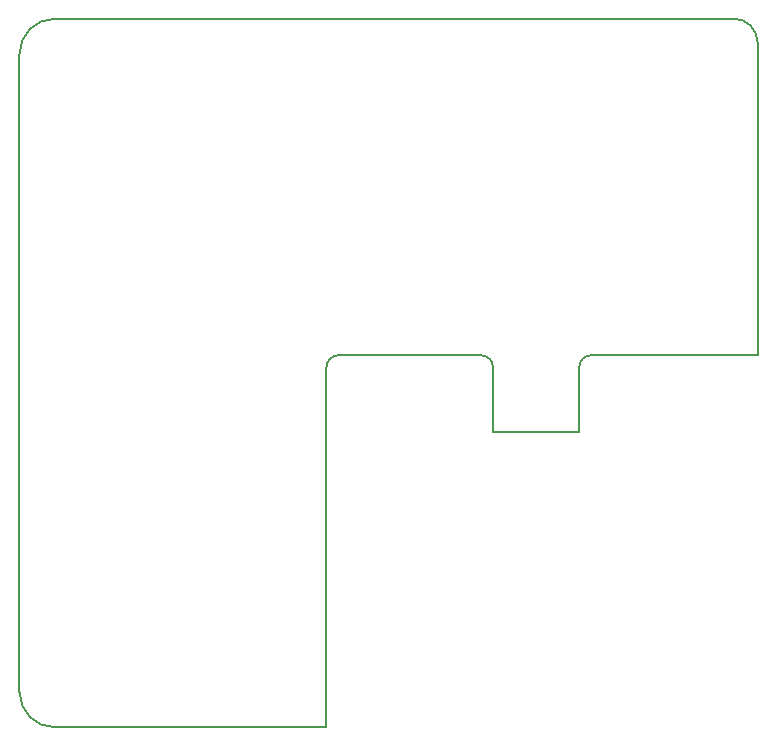
<source format=gm1>
G04 #@! TF.GenerationSoftware,KiCad,Pcbnew,(5.1.5-0)*
G04 #@! TF.CreationDate,2019-12-28T20:18:40+08:00*
G04 #@! TF.ProjectId,VESC_6,56455343-5f36-42e6-9b69-6361645f7063,A*
G04 #@! TF.SameCoordinates,Original*
G04 #@! TF.FileFunction,Profile,NP*
%FSLAX46Y46*%
G04 Gerber Fmt 4.6, Leading zero omitted, Abs format (unit mm)*
G04 Created by KiCad (PCBNEW (5.1.5-0)) date 2019-12-28 20:18:40*
%MOMM*%
%LPD*%
G04 APERTURE LIST*
%ADD10C,0.150000*%
G04 APERTURE END LIST*
D10*
X117000000Y-55000000D02*
G75*
G03X114000000Y-58000000I0J-3000000D01*
G01*
X114000000Y-58000000D02*
X114000000Y-112000000D01*
X114000000Y-112000000D02*
G75*
G03X117000000Y-115000000I3000000J0D01*
G01*
X117000000Y-55000000D02*
X117000000Y-55000000D01*
X141000000Y-83500000D02*
G75*
G03X140000000Y-84500000I0J-1000000D01*
G01*
X162400000Y-83500000D02*
G75*
G03X161400000Y-84500000I0J-1000000D01*
G01*
X153100000Y-83500000D02*
X141000000Y-83500000D01*
X154100000Y-90000000D02*
X154100000Y-84500000D01*
X161400000Y-90000000D02*
X154100000Y-90000000D01*
X161400000Y-84500000D02*
X161400000Y-90000000D01*
X176500000Y-83500000D02*
X162400000Y-83500000D01*
X176500000Y-57000000D02*
X176500000Y-83500000D01*
X154100000Y-84500000D02*
G75*
G03X153100000Y-83500000I-1000000J0D01*
G01*
X176500000Y-57000000D02*
G75*
G03X174500000Y-55000000I-2000000J0D01*
G01*
X140000000Y-115000000D02*
X140000000Y-84500000D01*
X174500000Y-55000000D02*
X117000000Y-55000000D01*
X140000000Y-115000000D02*
X117000000Y-115000000D01*
M02*

</source>
